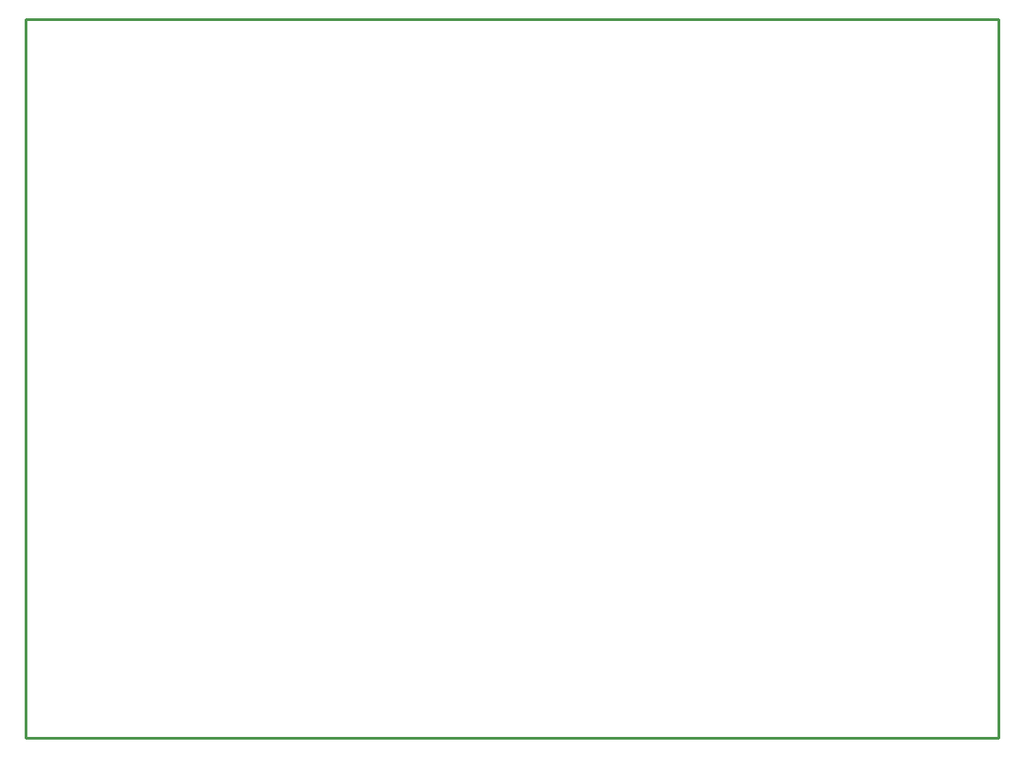
<source format=gm1>
G04*
G04 #@! TF.GenerationSoftware,Altium Limited,Altium Designer,24.2.2 (26)*
G04*
G04 Layer_Color=16711935*
%FSLAX25Y25*%
%MOIN*%
G70*
G04*
G04 #@! TF.SameCoordinates,C094F21F-3D64-4DBD-B291-BB1914DD33BA*
G04*
G04*
G04 #@! TF.FilePolarity,Positive*
G04*
G01*
G75*
%ADD13C,0.01000*%
D13*
X-0Y262300D02*
X64689Y262300D01*
X-0D02*
X0Y0D01*
X146331Y262300D02*
X157425D01*
X113050D02*
X124144D01*
X146331D01*
X107503D02*
X113050D01*
X234861D02*
X291981D01*
X355000D01*
X64689D02*
X107503D01*
X157425D02*
X234861D01*
X0Y0D02*
X355000D01*
X355000Y262300D02*
X355000Y0D01*
M02*

</source>
